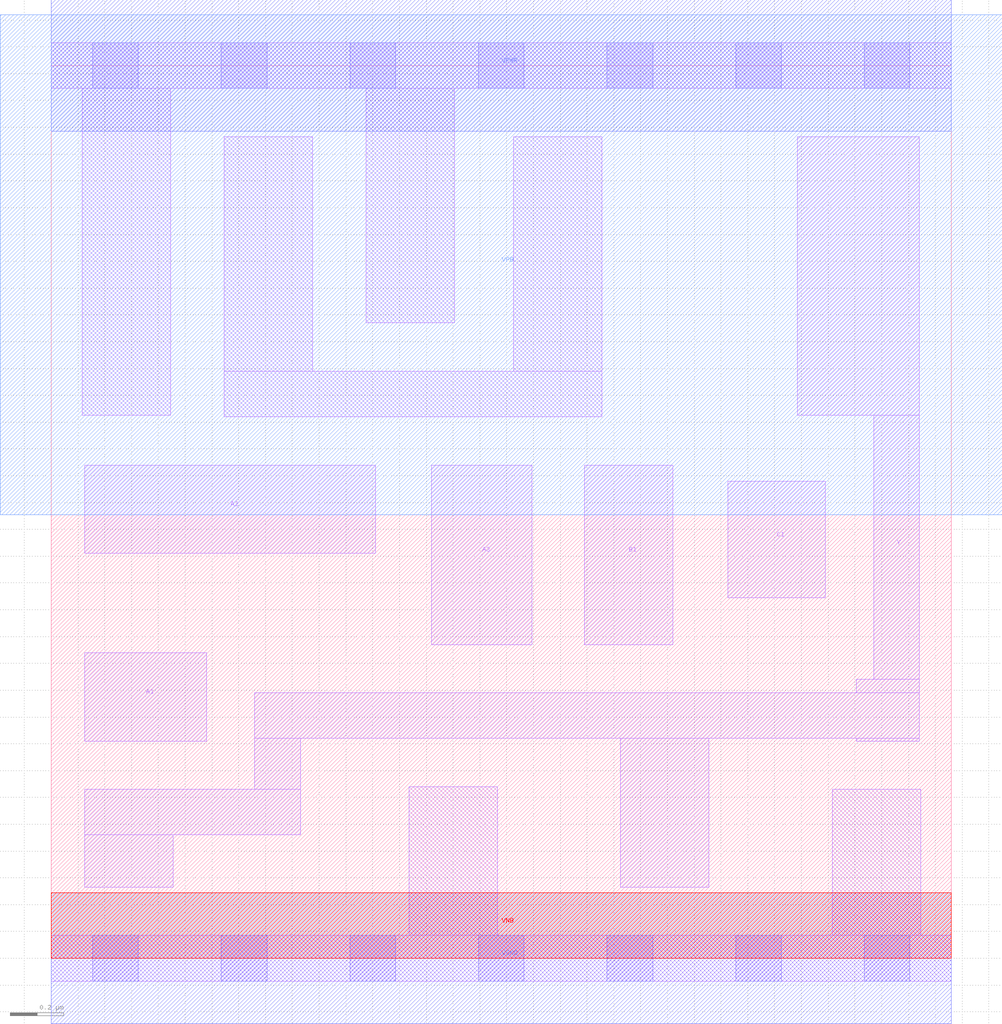
<source format=lef>
# Copyright 2020 The SkyWater PDK Authors
#
# Licensed under the Apache License, Version 2.0 (the "License");
# you may not use this file except in compliance with the License.
# You may obtain a copy of the License at
#
#     https://www.apache.org/licenses/LICENSE-2.0
#
# Unless required by applicable law or agreed to in writing, software
# distributed under the License is distributed on an "AS IS" BASIS,
# WITHOUT WARRANTIES OR CONDITIONS OF ANY KIND, either express or implied.
# See the License for the specific language governing permissions and
# limitations under the License.
#
# SPDX-License-Identifier: Apache-2.0

VERSION 5.7 ;
  NOWIREEXTENSIONATPIN ON ;
  DIVIDERCHAR "/" ;
  BUSBITCHARS "[]" ;
MACRO sky130_fd_sc_lp__a311oi_lp
  CLASS CORE ;
  FOREIGN sky130_fd_sc_lp__a311oi_lp ;
  ORIGIN  0.000000  0.000000 ;
  SIZE  3.360000 BY  3.330000 ;
  SYMMETRY X Y R90 ;
  SITE unit ;
  PIN A1
    ANTENNAGATEAREA  0.313000 ;
    DIRECTION INPUT ;
    USE SIGNAL ;
    PORT
      LAYER li1 ;
        RECT 0.125000 0.810000 0.580000 1.140000 ;
    END
  END A1
  PIN A2
    ANTENNAGATEAREA  0.313000 ;
    DIRECTION INPUT ;
    USE SIGNAL ;
    PORT
      LAYER li1 ;
        RECT 0.125000 1.510000 1.210000 1.840000 ;
    END
  END A2
  PIN A3
    ANTENNAGATEAREA  0.313000 ;
    DIRECTION INPUT ;
    USE SIGNAL ;
    PORT
      LAYER li1 ;
        RECT 1.420000 1.170000 1.795000 1.840000 ;
    END
  END A3
  PIN B1
    ANTENNAGATEAREA  0.376000 ;
    DIRECTION INPUT ;
    USE SIGNAL ;
    PORT
      LAYER li1 ;
        RECT 1.990000 1.170000 2.320000 1.840000 ;
    END
  END B1
  PIN C1
    ANTENNAGATEAREA  0.376000 ;
    DIRECTION INPUT ;
    USE SIGNAL ;
    PORT
      LAYER li1 ;
        RECT 2.525000 1.345000 2.890000 1.780000 ;
    END
  END C1
  PIN Y
    ANTENNADIFFAREA  0.522300 ;
    DIRECTION OUTPUT ;
    USE SIGNAL ;
    PORT
      LAYER li1 ;
        RECT 0.125000 0.265000 0.455000 0.460000 ;
        RECT 0.125000 0.460000 0.930000 0.630000 ;
        RECT 0.760000 0.630000 0.930000 0.820000 ;
        RECT 0.760000 0.820000 3.240000 0.990000 ;
        RECT 2.125000 0.265000 2.455000 0.820000 ;
        RECT 2.785000 2.025000 3.240000 3.065000 ;
        RECT 3.005000 0.810000 3.240000 0.820000 ;
        RECT 3.005000 0.990000 3.240000 1.040000 ;
        RECT 3.070000 1.040000 3.240000 2.025000 ;
    END
  END Y
  PIN VGND
    DIRECTION INOUT ;
    USE GROUND ;
    PORT
      LAYER met1 ;
        RECT 0.000000 -0.245000 3.360000 0.245000 ;
    END
  END VGND
  PIN VNB
    DIRECTION INOUT ;
    USE GROUND ;
    PORT
      LAYER pwell ;
        RECT 0.000000 0.000000 3.360000 0.245000 ;
    END
  END VNB
  PIN VPB
    DIRECTION INOUT ;
    USE POWER ;
    PORT
      LAYER nwell ;
        RECT -0.190000 1.655000 3.550000 3.520000 ;
    END
  END VPB
  PIN VPWR
    DIRECTION INOUT ;
    USE POWER ;
    PORT
      LAYER met1 ;
        RECT 0.000000 3.085000 3.360000 3.575000 ;
    END
  END VPWR
  OBS
    LAYER li1 ;
      RECT 0.000000 -0.085000 3.360000 0.085000 ;
      RECT 0.000000  3.245000 3.360000 3.415000 ;
      RECT 0.115000  2.025000 0.445000 3.245000 ;
      RECT 0.645000  2.020000 2.055000 2.190000 ;
      RECT 0.645000  2.190000 0.975000 3.065000 ;
      RECT 1.175000  2.370000 1.505000 3.245000 ;
      RECT 1.335000  0.085000 1.665000 0.640000 ;
      RECT 1.725000  2.190000 2.055000 3.065000 ;
      RECT 2.915000  0.085000 3.245000 0.630000 ;
    LAYER mcon ;
      RECT 0.155000 -0.085000 0.325000 0.085000 ;
      RECT 0.155000  3.245000 0.325000 3.415000 ;
      RECT 0.635000 -0.085000 0.805000 0.085000 ;
      RECT 0.635000  3.245000 0.805000 3.415000 ;
      RECT 1.115000 -0.085000 1.285000 0.085000 ;
      RECT 1.115000  3.245000 1.285000 3.415000 ;
      RECT 1.595000 -0.085000 1.765000 0.085000 ;
      RECT 1.595000  3.245000 1.765000 3.415000 ;
      RECT 2.075000 -0.085000 2.245000 0.085000 ;
      RECT 2.075000  3.245000 2.245000 3.415000 ;
      RECT 2.555000 -0.085000 2.725000 0.085000 ;
      RECT 2.555000  3.245000 2.725000 3.415000 ;
      RECT 3.035000 -0.085000 3.205000 0.085000 ;
      RECT 3.035000  3.245000 3.205000 3.415000 ;
  END
END sky130_fd_sc_lp__a311oi_lp
END LIBRARY

</source>
